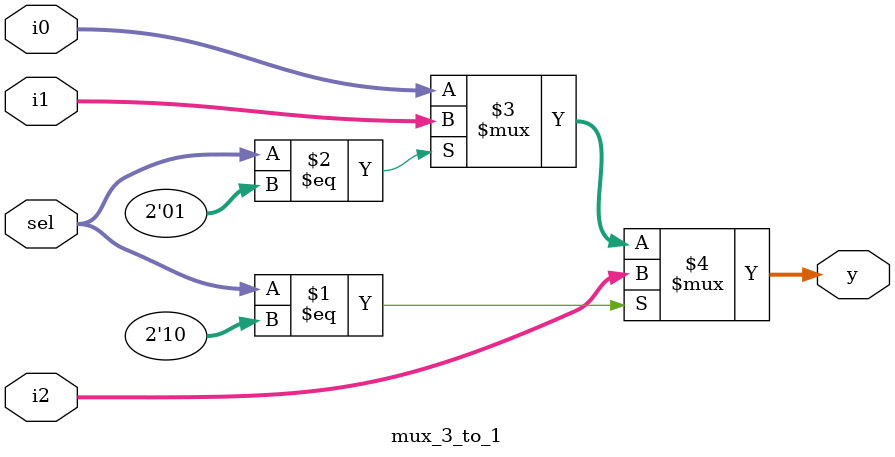
<source format=v>
module mux_3_to_1 (i0, i1, i2, sel, y);
	input [31:0] i0, i1, i2;
	input [1:0] sel;
	output [31:0] y;
	assign y = (sel==2'b10) ? i2 : (sel==2'b01)? i1 : i0 ;
endmodule
</source>
